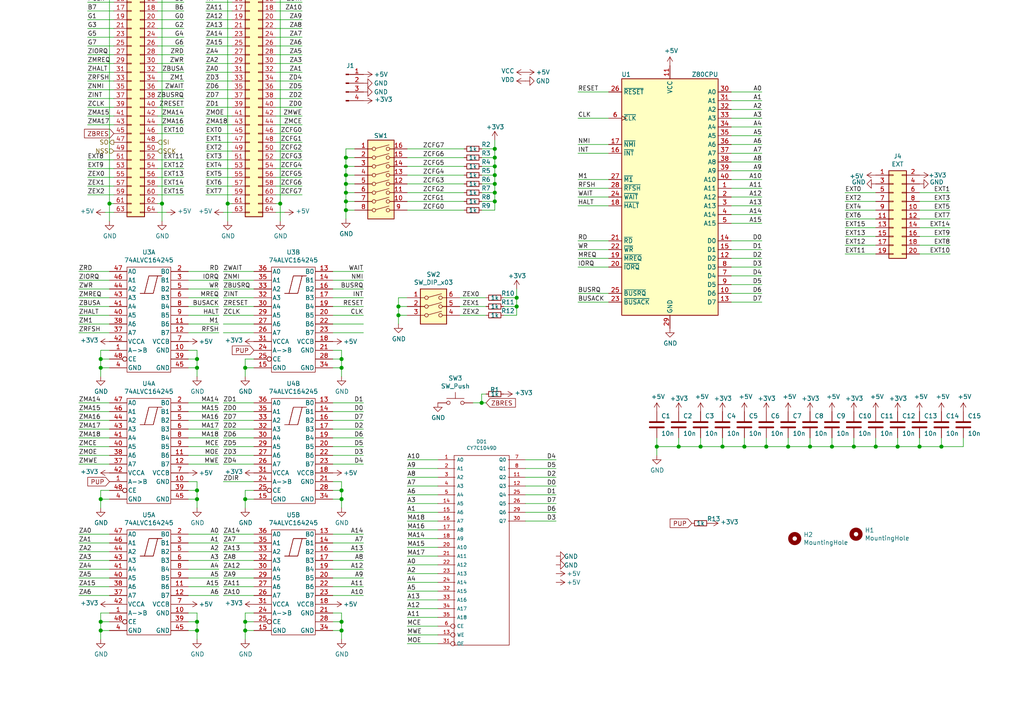
<source format=kicad_sch>
(kicad_sch (version 20200828) (generator eeschema)
  (page 1 1)
  (paper "A4")
  (title_block (rev "2.0"))
  (junction (at 29.21 104.14) (diameter 1.016))
  (junction (at 29.21 106.68) (diameter 1.016))
  (junction (at 29.21 144.78) (diameter 1.016))
  (junction (at 29.21 180.34) (diameter 1.016))
  (junction (at 29.21 182.88) (diameter 1.016))
  (junction (at 31.75 -12.065) (diameter 1.016))
  (junction (at 31.75 59.055) (diameter 1.016))
  (junction (at 46.99 -12.065) (diameter 1.016))
  (junction (at 46.99 59.055) (diameter 1.016))
  (junction (at 57.15 104.14) (diameter 1.016))
  (junction (at 57.15 106.68) (diameter 1.016))
  (junction (at 57.15 142.24) (diameter 1.016))
  (junction (at 57.15 144.78) (diameter 1.016))
  (junction (at 57.15 180.34) (diameter 1.016))
  (junction (at 57.15 182.88) (diameter 1.016))
  (junction (at 66.04 -12.065) (diameter 1.016))
  (junction (at 66.04 59.055) (diameter 1.016))
  (junction (at 71.12 106.68) (diameter 1.016))
  (junction (at 71.12 144.78) (diameter 1.016))
  (junction (at 71.12 180.34) (diameter 1.016))
  (junction (at 71.12 182.88) (diameter 1.016))
  (junction (at 81.28 -12.065) (diameter 1.016))
  (junction (at 81.28 59.055) (diameter 1.016))
  (junction (at 99.06 104.14) (diameter 1.016))
  (junction (at 99.06 106.68) (diameter 1.016))
  (junction (at 99.06 142.24) (diameter 1.016))
  (junction (at 99.06 144.78) (diameter 1.016))
  (junction (at 99.06 180.34) (diameter 1.016))
  (junction (at 99.06 182.88) (diameter 1.016))
  (junction (at 100.33 45.72) (diameter 1.016))
  (junction (at 100.33 48.26) (diameter 1.016))
  (junction (at 100.33 50.8) (diameter 1.016))
  (junction (at 100.33 53.34) (diameter 1.016))
  (junction (at 100.33 55.88) (diameter 1.016))
  (junction (at 100.33 58.42) (diameter 1.016))
  (junction (at 100.33 60.96) (diameter 1.016))
  (junction (at 115.57 88.9) (diameter 1.016))
  (junction (at 115.57 91.44) (diameter 1.016))
  (junction (at 139.7 116.84) (diameter 1.016))
  (junction (at 143.51 43.18) (diameter 1.016))
  (junction (at 143.51 45.72) (diameter 1.016))
  (junction (at 143.51 48.26) (diameter 1.016))
  (junction (at 143.51 50.8) (diameter 1.016))
  (junction (at 143.51 53.34) (diameter 1.016))
  (junction (at 143.51 55.88) (diameter 1.016))
  (junction (at 143.51 58.42) (diameter 1.016))
  (junction (at 149.86 86.36) (diameter 1.016))
  (junction (at 149.86 88.9) (diameter 1.016))
  (junction (at 190.5 129.54) (diameter 1.016))
  (junction (at 196.85 129.54) (diameter 1.016))
  (junction (at 203.2 129.54) (diameter 1.016))
  (junction (at 209.55 129.54) (diameter 1.016))
  (junction (at 215.9 129.54) (diameter 1.016))
  (junction (at 222.25 129.54) (diameter 1.016))
  (junction (at 228.6 129.54) (diameter 1.016))
  (junction (at 234.95 129.54) (diameter 1.016))
  (junction (at 241.3 129.54) (diameter 1.016))
  (junction (at 247.65 129.54) (diameter 1.016))
  (junction (at 254 129.54) (diameter 1.016))
  (junction (at 260.35 129.54) (diameter 1.016))
  (junction (at 266.7 129.54) (diameter 1.016))
  (junction (at 273.05 129.54) (diameter 1.016))
  (wire (pts (xy 22.86 78.74) (xy 31.75 78.74)))
  (wire (pts (xy 22.86 81.28) (xy 31.75 81.28)))
  (wire (pts (xy 22.86 83.82) (xy 31.75 83.82)))
  (wire (pts (xy 22.86 86.36) (xy 31.75 86.36)))
  (wire (pts (xy 22.86 88.9) (xy 31.75 88.9)))
  (wire (pts (xy 22.86 91.44) (xy 31.75 91.44)))
  (wire (pts (xy 22.86 93.98) (xy 31.75 93.98)))
  (wire (pts (xy 22.86 96.52) (xy 31.75 96.52)))
  (wire (pts (xy 22.86 116.84) (xy 31.75 116.84)))
  (wire (pts (xy 22.86 119.38) (xy 31.75 119.38)))
  (wire (pts (xy 22.86 121.92) (xy 31.75 121.92)))
  (wire (pts (xy 22.86 124.46) (xy 31.75 124.46)))
  (wire (pts (xy 22.86 127) (xy 31.75 127)))
  (wire (pts (xy 22.86 129.54) (xy 31.75 129.54)))
  (wire (pts (xy 22.86 132.08) (xy 31.75 132.08)))
  (wire (pts (xy 22.86 134.62) (xy 31.75 134.62)))
  (wire (pts (xy 22.86 154.94) (xy 31.75 154.94)))
  (wire (pts (xy 22.86 157.48) (xy 31.75 157.48)))
  (wire (pts (xy 22.86 160.02) (xy 31.75 160.02)))
  (wire (pts (xy 22.86 162.56) (xy 31.75 162.56)))
  (wire (pts (xy 22.86 165.1) (xy 31.75 165.1)))
  (wire (pts (xy 22.86 167.64) (xy 31.75 167.64)))
  (wire (pts (xy 22.86 170.18) (xy 31.75 170.18)))
  (wire (pts (xy 22.86 172.72) (xy 31.75 172.72)))
  (wire (pts (xy 25.4 -9.525) (xy 33.02 -9.525)))
  (wire (pts (xy 25.4 -6.985) (xy 33.02 -6.985)))
  (wire (pts (xy 25.4 -4.445) (xy 33.02 -4.445)))
  (wire (pts (xy 25.4 -1.905) (xy 33.02 -1.905)))
  (wire (pts (xy 25.4 0.635) (xy 33.02 0.635)))
  (wire (pts (xy 25.4 3.175) (xy 33.02 3.175)))
  (wire (pts (xy 25.4 5.715) (xy 33.02 5.715)))
  (wire (pts (xy 25.4 8.255) (xy 33.02 8.255)))
  (wire (pts (xy 25.4 10.795) (xy 33.02 10.795)))
  (wire (pts (xy 25.4 13.335) (xy 33.02 13.335)))
  (wire (pts (xy 25.4 15.875) (xy 33.02 15.875)))
  (wire (pts (xy 25.4 18.415) (xy 33.02 18.415)))
  (wire (pts (xy 25.4 20.955) (xy 33.02 20.955)))
  (wire (pts (xy 25.4 23.495) (xy 33.02 23.495)))
  (wire (pts (xy 25.4 26.035) (xy 33.02 26.035)))
  (wire (pts (xy 25.4 28.575) (xy 33.02 28.575)))
  (wire (pts (xy 25.4 31.115) (xy 33.02 31.115)))
  (wire (pts (xy 25.4 33.655) (xy 33.02 33.655)))
  (wire (pts (xy 25.4 36.195) (xy 33.02 36.195)))
  (wire (pts (xy 25.4 46.355) (xy 33.02 46.355)))
  (wire (pts (xy 25.4 48.895) (xy 33.02 48.895)))
  (wire (pts (xy 25.4 51.435) (xy 33.02 51.435)))
  (wire (pts (xy 25.4 53.975) (xy 33.02 53.975)))
  (wire (pts (xy 25.4 56.515) (xy 33.02 56.515)))
  (wire (pts (xy 29.21 101.6) (xy 31.75 101.6)))
  (wire (pts (xy 29.21 104.14) (xy 29.21 101.6)))
  (wire (pts (xy 29.21 104.14) (xy 31.75 104.14)))
  (wire (pts (xy 29.21 106.68) (xy 29.21 104.14)))
  (wire (pts (xy 29.21 106.68) (xy 31.75 106.68)))
  (wire (pts (xy 29.21 109.22) (xy 29.21 106.68)))
  (wire (pts (xy 29.21 142.24) (xy 31.75 142.24)))
  (wire (pts (xy 29.21 144.78) (xy 29.21 142.24)))
  (wire (pts (xy 29.21 144.78) (xy 31.75 144.78)))
  (wire (pts (xy 29.21 147.32) (xy 29.21 144.78)))
  (wire (pts (xy 29.21 177.8) (xy 31.75 177.8)))
  (wire (pts (xy 29.21 180.34) (xy 29.21 177.8)))
  (wire (pts (xy 29.21 180.34) (xy 31.75 180.34)))
  (wire (pts (xy 29.21 182.88) (xy 29.21 180.34)))
  (wire (pts (xy 29.21 182.88) (xy 31.75 182.88)))
  (wire (pts (xy 29.21 185.42) (xy 29.21 182.88)))
  (wire (pts (xy 30.48 -14.605) (xy 33.02 -14.605)))
  (wire (pts (xy 30.48 61.595) (xy 33.02 61.595)))
  (wire (pts (xy 31.75 -17.145) (xy 33.02 -17.145)))
  (wire (pts (xy 31.75 -12.065) (xy 31.75 -17.145)))
  (wire (pts (xy 31.75 -12.065) (xy 33.02 -12.065)))
  (wire (pts (xy 31.75 59.055) (xy 31.75 -12.065)))
  (wire (pts (xy 31.75 59.055) (xy 33.02 59.055)))
  (wire (pts (xy 31.75 64.135) (xy 31.75 59.055)))
  (wire (pts (xy 45.72 -17.145) (xy 46.99 -17.145)))
  (wire (pts (xy 45.72 -14.605) (xy 48.26 -14.605)))
  (wire (pts (xy 45.72 -12.065) (xy 46.99 -12.065)))
  (wire (pts (xy 45.72 -9.525) (xy 53.34 -9.525)))
  (wire (pts (xy 45.72 -6.985) (xy 53.34 -6.985)))
  (wire (pts (xy 45.72 -4.445) (xy 53.34 -4.445)))
  (wire (pts (xy 45.72 -1.905) (xy 53.34 -1.905)))
  (wire (pts (xy 45.72 0.635) (xy 53.34 0.635)))
  (wire (pts (xy 45.72 3.175) (xy 53.34 3.175)))
  (wire (pts (xy 45.72 5.715) (xy 53.34 5.715)))
  (wire (pts (xy 45.72 8.255) (xy 53.34 8.255)))
  (wire (pts (xy 45.72 10.795) (xy 53.34 10.795)))
  (wire (pts (xy 45.72 13.335) (xy 53.34 13.335)))
  (wire (pts (xy 45.72 15.875) (xy 53.34 15.875)))
  (wire (pts (xy 45.72 18.415) (xy 53.34 18.415)))
  (wire (pts (xy 45.72 20.955) (xy 53.34 20.955)))
  (wire (pts (xy 45.72 23.495) (xy 53.34 23.495)))
  (wire (pts (xy 45.72 26.035) (xy 53.34 26.035)))
  (wire (pts (xy 45.72 28.575) (xy 53.34 28.575)))
  (wire (pts (xy 45.72 31.115) (xy 53.34 31.115)))
  (wire (pts (xy 45.72 33.655) (xy 53.34 33.655)))
  (wire (pts (xy 45.72 36.195) (xy 53.34 36.195)))
  (wire (pts (xy 45.72 38.735) (xy 53.34 38.735)))
  (wire (pts (xy 45.72 46.355) (xy 53.34 46.355)))
  (wire (pts (xy 45.72 48.895) (xy 53.34 48.895)))
  (wire (pts (xy 45.72 51.435) (xy 53.34 51.435)))
  (wire (pts (xy 45.72 53.975) (xy 53.34 53.975)))
  (wire (pts (xy 45.72 56.515) (xy 53.34 56.515)))
  (wire (pts (xy 45.72 59.055) (xy 46.99 59.055)))
  (wire (pts (xy 45.72 61.595) (xy 48.26 61.595)))
  (wire (pts (xy 46.99 -17.145) (xy 46.99 -12.065)))
  (wire (pts (xy 46.99 -12.065) (xy 46.99 59.055)))
  (wire (pts (xy 46.99 59.055) (xy 46.99 64.135)))
  (wire (pts (xy 54.61 101.6) (xy 57.15 101.6)))
  (wire (pts (xy 54.61 104.14) (xy 57.15 104.14)))
  (wire (pts (xy 54.61 106.68) (xy 57.15 106.68)))
  (wire (pts (xy 54.61 139.7) (xy 57.15 139.7)))
  (wire (pts (xy 54.61 142.24) (xy 57.15 142.24)))
  (wire (pts (xy 54.61 144.78) (xy 57.15 144.78)))
  (wire (pts (xy 54.61 177.8) (xy 57.15 177.8)))
  (wire (pts (xy 54.61 180.34) (xy 57.15 180.34)))
  (wire (pts (xy 54.61 182.88) (xy 57.15 182.88)))
  (wire (pts (xy 57.15 101.6) (xy 57.15 104.14)))
  (wire (pts (xy 57.15 104.14) (xy 57.15 106.68)))
  (wire (pts (xy 57.15 106.68) (xy 57.15 109.22)))
  (wire (pts (xy 57.15 139.7) (xy 57.15 142.24)))
  (wire (pts (xy 57.15 142.24) (xy 57.15 144.78)))
  (wire (pts (xy 57.15 144.78) (xy 57.15 147.32)))
  (wire (pts (xy 57.15 177.8) (xy 57.15 180.34)))
  (wire (pts (xy 57.15 180.34) (xy 57.15 182.88)))
  (wire (pts (xy 57.15 182.88) (xy 57.15 185.42)))
  (wire (pts (xy 59.69 -9.525) (xy 67.31 -9.525)))
  (wire (pts (xy 59.69 -6.985) (xy 67.31 -6.985)))
  (wire (pts (xy 59.69 -4.445) (xy 67.31 -4.445)))
  (wire (pts (xy 59.69 -1.905) (xy 67.31 -1.905)))
  (wire (pts (xy 59.69 0.635) (xy 67.31 0.635)))
  (wire (pts (xy 59.69 3.175) (xy 67.31 3.175)))
  (wire (pts (xy 59.69 5.715) (xy 67.31 5.715)))
  (wire (pts (xy 59.69 8.255) (xy 67.31 8.255)))
  (wire (pts (xy 59.69 10.795) (xy 67.31 10.795)))
  (wire (pts (xy 59.69 13.335) (xy 67.31 13.335)))
  (wire (pts (xy 59.69 15.875) (xy 67.31 15.875)))
  (wire (pts (xy 59.69 18.415) (xy 67.31 18.415)))
  (wire (pts (xy 59.69 20.955) (xy 67.31 20.955)))
  (wire (pts (xy 59.69 23.495) (xy 67.31 23.495)))
  (wire (pts (xy 59.69 26.035) (xy 67.31 26.035)))
  (wire (pts (xy 59.69 28.575) (xy 67.31 28.575)))
  (wire (pts (xy 59.69 31.115) (xy 67.31 31.115)))
  (wire (pts (xy 59.69 33.655) (xy 67.31 33.655)))
  (wire (pts (xy 59.69 36.195) (xy 67.31 36.195)))
  (wire (pts (xy 59.69 38.735) (xy 67.31 38.735)))
  (wire (pts (xy 59.69 41.275) (xy 67.31 41.275)))
  (wire (pts (xy 59.69 43.815) (xy 67.31 43.815)))
  (wire (pts (xy 59.69 46.355) (xy 67.31 46.355)))
  (wire (pts (xy 59.69 48.895) (xy 67.31 48.895)))
  (wire (pts (xy 59.69 51.435) (xy 67.31 51.435)))
  (wire (pts (xy 59.69 53.975) (xy 67.31 53.975)))
  (wire (pts (xy 59.69 56.515) (xy 67.31 56.515)))
  (wire (pts (xy 63.5 78.74) (xy 54.61 78.74)))
  (wire (pts (xy 63.5 81.28) (xy 54.61 81.28)))
  (wire (pts (xy 63.5 83.82) (xy 54.61 83.82)))
  (wire (pts (xy 63.5 86.36) (xy 54.61 86.36)))
  (wire (pts (xy 63.5 88.9) (xy 54.61 88.9)))
  (wire (pts (xy 63.5 91.44) (xy 54.61 91.44)))
  (wire (pts (xy 63.5 93.98) (xy 54.61 93.98)))
  (wire (pts (xy 63.5 96.52) (xy 54.61 96.52)))
  (wire (pts (xy 63.5 116.84) (xy 54.61 116.84)))
  (wire (pts (xy 63.5 119.38) (xy 54.61 119.38)))
  (wire (pts (xy 63.5 121.92) (xy 54.61 121.92)))
  (wire (pts (xy 63.5 124.46) (xy 54.61 124.46)))
  (wire (pts (xy 63.5 127) (xy 54.61 127)))
  (wire (pts (xy 63.5 129.54) (xy 54.61 129.54)))
  (wire (pts (xy 63.5 132.08) (xy 54.61 132.08)))
  (wire (pts (xy 63.5 134.62) (xy 54.61 134.62)))
  (wire (pts (xy 63.5 154.94) (xy 54.61 154.94)))
  (wire (pts (xy 63.5 157.48) (xy 54.61 157.48)))
  (wire (pts (xy 63.5 160.02) (xy 54.61 160.02)))
  (wire (pts (xy 63.5 162.56) (xy 54.61 162.56)))
  (wire (pts (xy 63.5 165.1) (xy 54.61 165.1)))
  (wire (pts (xy 63.5 167.64) (xy 54.61 167.64)))
  (wire (pts (xy 63.5 170.18) (xy 54.61 170.18)))
  (wire (pts (xy 63.5 172.72) (xy 54.61 172.72)))
  (wire (pts (xy 64.77 -14.605) (xy 67.31 -14.605)))
  (wire (pts (xy 64.77 61.595) (xy 67.31 61.595)))
  (wire (pts (xy 64.77 78.74) (xy 73.66 78.74)))
  (wire (pts (xy 64.77 81.28) (xy 73.66 81.28)))
  (wire (pts (xy 64.77 83.82) (xy 73.66 83.82)))
  (wire (pts (xy 64.77 86.36) (xy 73.66 86.36)))
  (wire (pts (xy 64.77 88.9) (xy 73.66 88.9)))
  (wire (pts (xy 64.77 91.44) (xy 73.66 91.44)))
  (wire (pts (xy 64.77 93.98) (xy 73.66 93.98)))
  (wire (pts (xy 64.77 96.52) (xy 73.66 96.52)))
  (wire (pts (xy 64.77 116.84) (xy 73.66 116.84)))
  (wire (pts (xy 64.77 119.38) (xy 73.66 119.38)))
  (wire (pts (xy 64.77 121.92) (xy 73.66 121.92)))
  (wire (pts (xy 64.77 124.46) (xy 73.66 124.46)))
  (wire (pts (xy 64.77 127) (xy 73.66 127)))
  (wire (pts (xy 64.77 129.54) (xy 73.66 129.54)))
  (wire (pts (xy 64.77 132.08) (xy 73.66 132.08)))
  (wire (pts (xy 64.77 134.62) (xy 73.66 134.62)))
  (wire (pts (xy 64.77 139.7) (xy 73.66 139.7)))
  (wire (pts (xy 64.77 154.94) (xy 73.66 154.94)))
  (wire (pts (xy 64.77 157.48) (xy 73.66 157.48)))
  (wire (pts (xy 64.77 160.02) (xy 73.66 160.02)))
  (wire (pts (xy 64.77 162.56) (xy 73.66 162.56)))
  (wire (pts (xy 64.77 165.1) (xy 73.66 165.1)))
  (wire (pts (xy 64.77 167.64) (xy 73.66 167.64)))
  (wire (pts (xy 64.77 170.18) (xy 73.66 170.18)))
  (wire (pts (xy 64.77 172.72) (xy 73.66 172.72)))
  (wire (pts (xy 66.04 -17.145) (xy 67.31 -17.145)))
  (wire (pts (xy 66.04 -12.065) (xy 66.04 -17.145)))
  (wire (pts (xy 66.04 -12.065) (xy 66.04 59.055)))
  (wire (pts (xy 66.04 -12.065) (xy 67.31 -12.065)))
  (wire (pts (xy 66.04 59.055) (xy 66.04 64.135)))
  (wire (pts (xy 66.04 59.055) (xy 67.31 59.055)))
  (wire (pts (xy 71.12 104.14) (xy 71.12 106.68)))
  (wire (pts (xy 71.12 106.68) (xy 73.66 106.68)))
  (wire (pts (xy 71.12 109.22) (xy 71.12 106.68)))
  (wire (pts (xy 71.12 142.24) (xy 71.12 144.78)))
  (wire (pts (xy 71.12 144.78) (xy 73.66 144.78)))
  (wire (pts (xy 71.12 147.32) (xy 71.12 144.78)))
  (wire (pts (xy 71.12 177.8) (xy 73.66 177.8)))
  (wire (pts (xy 71.12 180.34) (xy 71.12 177.8)))
  (wire (pts (xy 71.12 180.34) (xy 71.12 182.88)))
  (wire (pts (xy 71.12 182.88) (xy 73.66 182.88)))
  (wire (pts (xy 71.12 185.42) (xy 71.12 182.88)))
  (wire (pts (xy 73.66 104.14) (xy 71.12 104.14)))
  (wire (pts (xy 73.66 142.24) (xy 71.12 142.24)))
  (wire (pts (xy 73.66 180.34) (xy 71.12 180.34)))
  (wire (pts (xy 80.01 -9.525) (xy 87.63 -9.525)))
  (wire (pts (xy 80.01 -6.985) (xy 87.63 -6.985)))
  (wire (pts (xy 80.01 -4.445) (xy 87.63 -4.445)))
  (wire (pts (xy 80.01 -1.905) (xy 87.63 -1.905)))
  (wire (pts (xy 80.01 0.635) (xy 87.63 0.635)))
  (wire (pts (xy 80.01 3.175) (xy 87.63 3.175)))
  (wire (pts (xy 80.01 5.715) (xy 87.63 5.715)))
  (wire (pts (xy 80.01 8.255) (xy 87.63 8.255)))
  (wire (pts (xy 80.01 10.795) (xy 87.63 10.795)))
  (wire (pts (xy 80.01 13.335) (xy 87.63 13.335)))
  (wire (pts (xy 80.01 15.875) (xy 87.63 15.875)))
  (wire (pts (xy 80.01 18.415) (xy 87.63 18.415)))
  (wire (pts (xy 80.01 20.955) (xy 87.63 20.955)))
  (wire (pts (xy 80.01 23.495) (xy 87.63 23.495)))
  (wire (pts (xy 80.01 26.035) (xy 87.63 26.035)))
  (wire (pts (xy 80.01 28.575) (xy 87.63 28.575)))
  (wire (pts (xy 80.01 31.115) (xy 87.63 31.115)))
  (wire (pts (xy 80.01 33.655) (xy 87.63 33.655)))
  (wire (pts (xy 80.01 36.195) (xy 87.63 36.195)))
  (wire (pts (xy 80.01 38.735) (xy 87.63 38.735)))
  (wire (pts (xy 80.01 41.275) (xy 87.63 41.275)))
  (wire (pts (xy 80.01 43.815) (xy 87.63 43.815)))
  (wire (pts (xy 80.01 46.355) (xy 87.63 46.355)))
  (wire (pts (xy 80.01 48.895) (xy 87.63 48.895)))
  (wire (pts (xy 80.01 51.435) (xy 87.63 51.435)))
  (wire (pts (xy 80.01 53.975) (xy 87.63 53.975)))
  (wire (pts (xy 80.01 56.515) (xy 87.63 56.515)))
  (wire (pts (xy 80.01 59.055) (xy 81.28 59.055)))
  (wire (pts (xy 80.01 61.595) (xy 82.55 61.595)))
  (wire (pts (xy 81.28 -17.145) (xy 80.01 -17.145)))
  (wire (pts (xy 81.28 -12.065) (xy 80.01 -12.065)))
  (wire (pts (xy 81.28 -12.065) (xy 81.28 -17.145)))
  (wire (pts (xy 81.28 -12.065) (xy 81.28 59.055)))
  (wire (pts (xy 81.28 59.055) (xy 81.28 64.135)))
  (wire (pts (xy 82.55 -14.605) (xy 80.01 -14.605)))
  (wire (pts (xy 96.52 101.6) (xy 99.06 101.6)))
  (wire (pts (xy 96.52 104.14) (xy 99.06 104.14)))
  (wire (pts (xy 96.52 106.68) (xy 99.06 106.68)))
  (wire (pts (xy 96.52 139.7) (xy 99.06 139.7)))
  (wire (pts (xy 96.52 142.24) (xy 99.06 142.24)))
  (wire (pts (xy 96.52 144.78) (xy 99.06 144.78)))
  (wire (pts (xy 96.52 177.8) (xy 99.06 177.8)))
  (wire (pts (xy 96.52 180.34) (xy 99.06 180.34)))
  (wire (pts (xy 96.52 182.88) (xy 99.06 182.88)))
  (wire (pts (xy 99.06 101.6) (xy 99.06 104.14)))
  (wire (pts (xy 99.06 104.14) (xy 99.06 106.68)))
  (wire (pts (xy 99.06 106.68) (xy 99.06 109.22)))
  (wire (pts (xy 99.06 139.7) (xy 99.06 142.24)))
  (wire (pts (xy 99.06 142.24) (xy 99.06 144.78)))
  (wire (pts (xy 99.06 144.78) (xy 99.06 147.32)))
  (wire (pts (xy 99.06 177.8) (xy 99.06 180.34)))
  (wire (pts (xy 99.06 180.34) (xy 99.06 182.88)))
  (wire (pts (xy 99.06 182.88) (xy 99.06 185.42)))
  (wire (pts (xy 100.33 43.18) (xy 100.33 45.72)))
  (wire (pts (xy 100.33 45.72) (xy 100.33 48.26)))
  (wire (pts (xy 100.33 45.72) (xy 102.87 45.72)))
  (wire (pts (xy 100.33 48.26) (xy 100.33 50.8)))
  (wire (pts (xy 100.33 48.26) (xy 102.87 48.26)))
  (wire (pts (xy 100.33 50.8) (xy 100.33 53.34)))
  (wire (pts (xy 100.33 50.8) (xy 102.87 50.8)))
  (wire (pts (xy 100.33 53.34) (xy 100.33 55.88)))
  (wire (pts (xy 100.33 53.34) (xy 102.87 53.34)))
  (wire (pts (xy 100.33 55.88) (xy 100.33 58.42)))
  (wire (pts (xy 100.33 55.88) (xy 102.87 55.88)))
  (wire (pts (xy 100.33 58.42) (xy 100.33 60.96)))
  (wire (pts (xy 100.33 58.42) (xy 102.87 58.42)))
  (wire (pts (xy 100.33 60.96) (xy 100.33 63.5)))
  (wire (pts (xy 100.33 60.96) (xy 102.87 60.96)))
  (wire (pts (xy 102.87 43.18) (xy 100.33 43.18)))
  (wire (pts (xy 105.41 78.74) (xy 96.52 78.74)))
  (wire (pts (xy 105.41 81.28) (xy 96.52 81.28)))
  (wire (pts (xy 105.41 83.82) (xy 96.52 83.82)))
  (wire (pts (xy 105.41 86.36) (xy 96.52 86.36)))
  (wire (pts (xy 105.41 88.9) (xy 96.52 88.9)))
  (wire (pts (xy 105.41 91.44) (xy 96.52 91.44)))
  (wire (pts (xy 105.41 93.98) (xy 96.52 93.98)))
  (wire (pts (xy 105.41 96.52) (xy 96.52 96.52)))
  (wire (pts (xy 105.41 116.84) (xy 96.52 116.84)))
  (wire (pts (xy 105.41 119.38) (xy 96.52 119.38)))
  (wire (pts (xy 105.41 121.92) (xy 96.52 121.92)))
  (wire (pts (xy 105.41 124.46) (xy 96.52 124.46)))
  (wire (pts (xy 105.41 127) (xy 96.52 127)))
  (wire (pts (xy 105.41 129.54) (xy 96.52 129.54)))
  (wire (pts (xy 105.41 132.08) (xy 96.52 132.08)))
  (wire (pts (xy 105.41 134.62) (xy 96.52 134.62)))
  (wire (pts (xy 105.41 154.94) (xy 96.52 154.94)))
  (wire (pts (xy 105.41 157.48) (xy 96.52 157.48)))
  (wire (pts (xy 105.41 160.02) (xy 96.52 160.02)))
  (wire (pts (xy 105.41 162.56) (xy 96.52 162.56)))
  (wire (pts (xy 105.41 165.1) (xy 96.52 165.1)))
  (wire (pts (xy 105.41 167.64) (xy 96.52 167.64)))
  (wire (pts (xy 105.41 170.18) (xy 96.52 170.18)))
  (wire (pts (xy 105.41 172.72) (xy 96.52 172.72)))
  (wire (pts (xy 115.57 86.36) (xy 115.57 88.9)))
  (wire (pts (xy 115.57 86.36) (xy 118.11 86.36)))
  (wire (pts (xy 115.57 88.9) (xy 115.57 91.44)))
  (wire (pts (xy 115.57 88.9) (xy 118.11 88.9)))
  (wire (pts (xy 115.57 91.44) (xy 115.57 93.98)))
  (wire (pts (xy 115.57 91.44) (xy 118.11 91.44)))
  (wire (pts (xy 118.11 43.18) (xy 134.62 43.18)))
  (wire (pts (xy 118.11 45.72) (xy 134.62 45.72)))
  (wire (pts (xy 118.11 48.26) (xy 134.62 48.26)))
  (wire (pts (xy 118.11 50.8) (xy 134.62 50.8)))
  (wire (pts (xy 118.11 53.34) (xy 134.62 53.34)))
  (wire (pts (xy 118.11 55.88) (xy 134.62 55.88)))
  (wire (pts (xy 118.11 58.42) (xy 134.62 58.42)))
  (wire (pts (xy 118.11 60.96) (xy 134.62 60.96)))
  (wire (pts (xy 118.11 133.35) (xy 127 133.35)))
  (wire (pts (xy 118.11 135.89) (xy 127 135.89)))
  (wire (pts (xy 118.11 138.43) (xy 127 138.43)))
  (wire (pts (xy 118.11 140.97) (xy 127 140.97)))
  (wire (pts (xy 118.11 143.51) (xy 127 143.51)))
  (wire (pts (xy 118.11 146.05) (xy 127 146.05)))
  (wire (pts (xy 118.11 148.59) (xy 127 148.59)))
  (wire (pts (xy 118.11 151.13) (xy 127 151.13)))
  (wire (pts (xy 118.11 153.67) (xy 127 153.67)))
  (wire (pts (xy 118.11 156.21) (xy 127 156.21)))
  (wire (pts (xy 118.11 158.75) (xy 127 158.75)))
  (wire (pts (xy 118.11 161.29) (xy 127 161.29)))
  (wire (pts (xy 118.11 163.83) (xy 127 163.83)))
  (wire (pts (xy 118.11 166.37) (xy 127 166.37)))
  (wire (pts (xy 118.11 168.91) (xy 127 168.91)))
  (wire (pts (xy 118.11 171.45) (xy 127 171.45)))
  (wire (pts (xy 118.11 173.99) (xy 127 173.99)))
  (wire (pts (xy 118.11 176.53) (xy 127 176.53)))
  (wire (pts (xy 118.11 179.07) (xy 127 179.07)))
  (wire (pts (xy 118.11 181.61) (xy 127 181.61)))
  (wire (pts (xy 118.11 184.15) (xy 127 184.15)))
  (wire (pts (xy 118.11 186.69) (xy 127 186.69)))
  (wire (pts (xy 133.35 86.36) (xy 140.97 86.36)))
  (wire (pts (xy 133.35 88.9) (xy 140.97 88.9)))
  (wire (pts (xy 133.35 91.44) (xy 140.97 91.44)))
  (wire (pts (xy 137.16 116.84) (xy 139.7 116.84)))
  (wire (pts (xy 139.7 43.18) (xy 143.51 43.18)))
  (wire (pts (xy 139.7 45.72) (xy 143.51 45.72)))
  (wire (pts (xy 139.7 48.26) (xy 143.51 48.26)))
  (wire (pts (xy 139.7 50.8) (xy 143.51 50.8)))
  (wire (pts (xy 139.7 53.34) (xy 143.51 53.34)))
  (wire (pts (xy 139.7 55.88) (xy 143.51 55.88)))
  (wire (pts (xy 139.7 58.42) (xy 143.51 58.42)))
  (wire (pts (xy 139.7 114.3) (xy 140.97 114.3)))
  (wire (pts (xy 139.7 116.84) (xy 139.7 114.3)))
  (wire (pts (xy 139.7 116.84) (xy 140.97 116.84)))
  (wire (pts (xy 143.51 40.64) (xy 143.51 43.18)))
  (wire (pts (xy 143.51 43.18) (xy 143.51 45.72)))
  (wire (pts (xy 143.51 45.72) (xy 143.51 48.26)))
  (wire (pts (xy 143.51 48.26) (xy 143.51 50.8)))
  (wire (pts (xy 143.51 50.8) (xy 143.51 53.34)))
  (wire (pts (xy 143.51 53.34) (xy 143.51 55.88)))
  (wire (pts (xy 143.51 55.88) (xy 143.51 58.42)))
  (wire (pts (xy 143.51 58.42) (xy 143.51 60.96)))
  (wire (pts (xy 143.51 60.96) (xy 139.7 60.96)))
  (wire (pts (xy 146.05 86.36) (xy 149.86 86.36)))
  (wire (pts (xy 146.05 88.9) (xy 149.86 88.9)))
  (wire (pts (xy 146.05 91.44) (xy 149.86 91.44)))
  (wire (pts (xy 149.86 83.82) (xy 149.86 86.36)))
  (wire (pts (xy 149.86 86.36) (xy 149.86 88.9)))
  (wire (pts (xy 149.86 88.9) (xy 149.86 91.44)))
  (wire (pts (xy 161.29 133.35) (xy 152.4 133.35)))
  (wire (pts (xy 161.29 135.89) (xy 152.4 135.89)))
  (wire (pts (xy 161.29 138.43) (xy 152.4 138.43)))
  (wire (pts (xy 161.29 140.97) (xy 152.4 140.97)))
  (wire (pts (xy 161.29 143.51) (xy 152.4 143.51)))
  (wire (pts (xy 161.29 146.05) (xy 152.4 146.05)))
  (wire (pts (xy 161.29 148.59) (xy 152.4 148.59)))
  (wire (pts (xy 161.29 151.13) (xy 152.4 151.13)))
  (wire (pts (xy 167.64 26.67) (xy 176.53 26.67)))
  (wire (pts (xy 167.64 34.29) (xy 176.53 34.29)))
  (wire (pts (xy 167.64 41.91) (xy 176.53 41.91)))
  (wire (pts (xy 167.64 44.45) (xy 176.53 44.45)))
  (wire (pts (xy 167.64 52.07) (xy 176.53 52.07)))
  (wire (pts (xy 167.64 54.61) (xy 176.53 54.61)))
  (wire (pts (xy 167.64 57.15) (xy 176.53 57.15)))
  (wire (pts (xy 167.64 59.69) (xy 176.53 59.69)))
  (wire (pts (xy 167.64 69.85) (xy 176.53 69.85)))
  (wire (pts (xy 167.64 72.39) (xy 176.53 72.39)))
  (wire (pts (xy 167.64 74.93) (xy 176.53 74.93)))
  (wire (pts (xy 167.64 77.47) (xy 176.53 77.47)))
  (wire (pts (xy 167.64 85.09) (xy 176.53 85.09)))
  (wire (pts (xy 167.64 87.63) (xy 176.53 87.63)))
  (wire (pts (xy 190.5 127) (xy 190.5 129.54)))
  (wire (pts (xy 190.5 129.54) (xy 190.5 132.08)))
  (wire (pts (xy 190.5 129.54) (xy 196.85 129.54)))
  (wire (pts (xy 196.85 127) (xy 196.85 129.54)))
  (wire (pts (xy 196.85 129.54) (xy 203.2 129.54)))
  (wire (pts (xy 203.2 127) (xy 203.2 129.54)))
  (wire (pts (xy 203.2 129.54) (xy 209.55 129.54)))
  (wire (pts (xy 209.55 127) (xy 209.55 129.54)))
  (wire (pts (xy 209.55 129.54) (xy 215.9 129.54)))
  (wire (pts (xy 215.9 127) (xy 215.9 129.54)))
  (wire (pts (xy 215.9 129.54) (xy 222.25 129.54)))
  (wire (pts (xy 220.98 26.67) (xy 212.09 26.67)))
  (wire (pts (xy 220.98 29.21) (xy 212.09 29.21)))
  (wire (pts (xy 220.98 31.75) (xy 212.09 31.75)))
  (wire (pts (xy 220.98 34.29) (xy 212.09 34.29)))
  (wire (pts (xy 220.98 36.83) (xy 212.09 36.83)))
  (wire (pts (xy 220.98 39.37) (xy 212.09 39.37)))
  (wire (pts (xy 220.98 41.91) (xy 212.09 41.91)))
  (wire (pts (xy 220.98 44.45) (xy 212.09 44.45)))
  (wire (pts (xy 220.98 46.99) (xy 212.09 46.99)))
  (wire (pts (xy 220.98 49.53) (xy 212.09 49.53)))
  (wire (pts (xy 220.98 52.07) (xy 212.09 52.07)))
  (wire (pts (xy 220.98 54.61) (xy 212.09 54.61)))
  (wire (pts (xy 220.98 57.15) (xy 212.09 57.15)))
  (wire (pts (xy 220.98 59.69) (xy 212.09 59.69)))
  (wire (pts (xy 220.98 62.23) (xy 212.09 62.23)))
  (wire (pts (xy 220.98 64.77) (xy 212.09 64.77)))
  (wire (pts (xy 220.98 69.85) (xy 212.09 69.85)))
  (wire (pts (xy 220.98 72.39) (xy 212.09 72.39)))
  (wire (pts (xy 220.98 74.93) (xy 212.09 74.93)))
  (wire (pts (xy 220.98 77.47) (xy 212.09 77.47)))
  (wire (pts (xy 220.98 80.01) (xy 212.09 80.01)))
  (wire (pts (xy 220.98 82.55) (xy 212.09 82.55)))
  (wire (pts (xy 220.98 85.09) (xy 212.09 85.09)))
  (wire (pts (xy 220.98 87.63) (xy 212.09 87.63)))
  (wire (pts (xy 222.25 127) (xy 222.25 129.54)))
  (wire (pts (xy 222.25 129.54) (xy 228.6 129.54)))
  (wire (pts (xy 228.6 127) (xy 228.6 129.54)))
  (wire (pts (xy 228.6 129.54) (xy 234.95 129.54)))
  (wire (pts (xy 234.95 127) (xy 234.95 129.54)))
  (wire (pts (xy 234.95 129.54) (xy 241.3 129.54)))
  (wire (pts (xy 241.3 127) (xy 241.3 129.54)))
  (wire (pts (xy 241.3 129.54) (xy 247.65 129.54)))
  (wire (pts (xy 247.65 127) (xy 247.65 129.54)))
  (wire (pts (xy 247.65 129.54) (xy 254 129.54)))
  (wire (pts (xy 254 55.88) (xy 245.11 55.88)))
  (wire (pts (xy 254 58.42) (xy 245.11 58.42)))
  (wire (pts (xy 254 60.96) (xy 245.11 60.96)))
  (wire (pts (xy 254 63.5) (xy 245.11 63.5)))
  (wire (pts (xy 254 66.04) (xy 245.11 66.04)))
  (wire (pts (xy 254 68.58) (xy 245.11 68.58)))
  (wire (pts (xy 254 71.12) (xy 245.11 71.12)))
  (wire (pts (xy 254 73.66) (xy 245.11 73.66)))
  (wire (pts (xy 254 127) (xy 254 129.54)))
  (wire (pts (xy 254 129.54) (xy 260.35 129.54)))
  (wire (pts (xy 260.35 127) (xy 260.35 129.54)))
  (wire (pts (xy 260.35 129.54) (xy 266.7 129.54)))
  (wire (pts (xy 266.7 129.54) (xy 266.7 127)))
  (wire (pts (xy 266.7 129.54) (xy 273.05 129.54)))
  (wire (pts (xy 273.05 129.54) (xy 273.05 127)))
  (wire (pts (xy 273.05 129.54) (xy 279.4 129.54)))
  (wire (pts (xy 275.59 55.88) (xy 266.7 55.88)))
  (wire (pts (xy 275.59 58.42) (xy 266.7 58.42)))
  (wire (pts (xy 275.59 60.96) (xy 266.7 60.96)))
  (wire (pts (xy 275.59 63.5) (xy 266.7 63.5)))
  (wire (pts (xy 275.59 66.04) (xy 266.7 66.04)))
  (wire (pts (xy 275.59 68.58) (xy 266.7 68.58)))
  (wire (pts (xy 275.59 71.12) (xy 266.7 71.12)))
  (wire (pts (xy 275.59 73.66) (xy 266.7 73.66)))
  (wire (pts (xy 279.4 129.54) (xy 279.4 127)))
  (label "ZRD" (at 22.86 78.74 0))
  (label "ZIORQ" (at 22.86 81.28 0))
  (label "ZWR" (at 22.86 83.82 0))
  (label "ZMREQ" (at 22.86 86.36 0))
  (label "ZBUSA" (at 22.86 88.9 0))
  (label "ZHALT" (at 22.86 91.44 0))
  (label "ZM1" (at 22.86 93.98 0))
  (label "ZRFSH" (at 22.86 96.52 0))
  (label "ZMA14" (at 22.86 116.84 0))
  (label "ZMA15" (at 22.86 119.38 0))
  (label "ZMA16" (at 22.86 121.92 0))
  (label "ZMA17" (at 22.86 124.46 0))
  (label "ZMA18" (at 22.86 127 0))
  (label "ZMCE" (at 22.86 129.54 0))
  (label "ZMOE" (at 22.86 132.08 0))
  (label "ZMWE" (at 22.86 134.62 0))
  (label "ZA0" (at 22.86 154.94 0))
  (label "ZA1" (at 22.86 157.48 0))
  (label "ZA2" (at 22.86 160.02 0))
  (label "ZA3" (at 22.86 162.56 0))
  (label "ZA4" (at 22.86 165.1 0))
  (label "ZA5" (at 22.86 167.64 0))
  (label "ZA15" (at 22.86 170.18 0))
  (label "ZA6" (at 22.86 172.72 0))
  (label "HS" (at 25.4 -9.525 0) (effects (font (size 1.524 1.524))))
  (label "B0" (at 25.4 -6.985 0))
  (label "B2" (at 25.4 -4.445 0))
  (label "B4" (at 25.4 -1.905 0))
  (label "PCLK" (at 25.4 0.635 0))
  (label "B7" (at 25.4 3.175 0))
  (label "G1" (at 25.4 5.715 0))
  (label "G3" (at 25.4 8.255 0))
  (label "G5" (at 25.4 10.795 0))
  (label "G7" (at 25.4 13.335 0))
  (label "ZIORQ" (at 25.4 15.875 0))
  (label "ZMREQ" (at 25.4 18.415 0))
  (label "ZHALT" (at 25.4 20.955 0))
  (label "ZRFSH" (at 25.4 23.495 0))
  (label "ZNMI" (at 25.4 26.035 0))
  (label "ZINT" (at 25.4 28.575 0))
  (label "ZCLK" (at 25.4 31.115 0))
  (label "ZMA15" (at 25.4 33.655 0))
  (label "ZMA17" (at 25.4 36.195 0))
  (label "EXT8" (at 25.4 46.355 0))
  (label "EXT9" (at 25.4 48.895 0))
  (label "ZEX0" (at 25.4 51.435 0))
  (label "ZEX1" (at 25.4 53.975 0))
  (label "ZEX2" (at 25.4 56.515 0))
  (label "VS" (at 53.34 -9.525 180) (effects (font (size 1.524 1.524))))
  (label "BL" (at 53.34 -6.985 180))
  (label "B1" (at 53.34 -4.445 180))
  (label "B3" (at 53.34 -1.905 180))
  (label "B5" (at 53.34 0.635 180))
  (label "B6" (at 53.34 3.175 180))
  (label "G0" (at 53.34 5.715 180))
  (label "G2" (at 53.34 8.255 180))
  (label "G4" (at 53.34 10.795 180))
  (label "G6" (at 53.34 13.335 180))
  (label "ZRD" (at 53.34 15.875 180))
  (label "ZWR" (at 53.34 18.415 180))
  (label "ZBUSA" (at 53.34 20.955 180))
  (label "ZM1" (at 53.34 23.495 180))
  (label "ZWAIT" (at 53.34 26.035 180))
  (label "ZBUSRQ" (at 53.34 28.575 180))
  (label "ZRESET" (at 53.34 31.115 180))
  (label "ZMA14" (at 53.34 33.655 180))
  (label "ZMA16" (at 53.34 36.195 180))
  (label "EXT10" (at 53.34 38.735 180))
  (label "EXT11" (at 53.34 46.355 180))
  (label "EXT12" (at 53.34 48.895 180))
  (label "EXT13" (at 53.34 51.435 180))
  (label "EXT14" (at 53.34 53.975 180))
  (label "EXT15" (at 53.34 56.515 180))
  (label "PSAVE" (at 59.69 -9.525 0))
  (label "R1" (at 59.69 -6.985 0))
  (label "R3" (at 59.69 -4.445 0))
  (label "R5" (at 59.69 -1.905 0))
  (label "R7" (at 59.69 0.635 0))
  (label "ZA11" (at 59.69 3.175 0))
  (label "ZA12" (at 59.69 5.715 0))
  (label "ZA13" (at 59.69 8.255 0))
  (label "ZA14" (at 59.69 10.795 0))
  (label "ZA15" (at 59.69 13.335 0))
  (label "ZA4" (at 59.69 15.875 0))
  (label "ZA2" (at 59.69 18.415 0))
  (label "ZA0" (at 59.69 20.955 0))
  (label "ZD3" (at 59.69 23.495 0))
  (label "ZD6" (at 59.69 26.035 0))
  (label "ZD7" (at 59.69 28.575 0))
  (label "ZD1" (at 59.69 31.115 0))
  (label "ZMOE" (at 59.69 33.655 0))
  (label "ZMA18" (at 59.69 36.195 0))
  (label "EXT0" (at 59.69 38.735 0))
  (label "EXT1" (at 59.69 41.275 0))
  (label "EXT2" (at 59.69 43.815 0))
  (label "EXT3" (at 59.69 46.355 0))
  (label "EXT4" (at 59.69 48.895 0))
  (label "EXT5" (at 59.69 51.435 0))
  (label "EXT6" (at 59.69 53.975 0))
  (label "EXT7" (at 59.69 56.515 0))
  (label "RD" (at 63.5 78.74 180))
  (label "IORQ" (at 63.5 81.28 180))
  (label "WR" (at 63.5 83.82 180))
  (label "MREQ" (at 63.5 86.36 180))
  (label "BUSACK" (at 63.5 88.9 180))
  (label "HALT" (at 63.5 91.44 180))
  (label "M1" (at 63.5 93.98 180))
  (label "RFSH" (at 63.5 96.52 180))
  (label "MA14" (at 63.5 116.84 180))
  (label "MA15" (at 63.5 119.38 180))
  (label "MA16" (at 63.5 121.92 180))
  (label "MA17" (at 63.5 124.46 180))
  (label "MA18" (at 63.5 127 180))
  (label "MCE" (at 63.5 129.54 180))
  (label "MOE" (at 63.5 132.08 180))
  (label "MWE" (at 63.5 134.62 180))
  (label "A0" (at 63.5 154.94 180))
  (label "A1" (at 63.5 157.48 180))
  (label "A2" (at 63.5 160.02 180))
  (label "A3" (at 63.5 162.56 180))
  (label "A4" (at 63.5 165.1 180))
  (label "A5" (at 63.5 167.64 180))
  (label "A15" (at 63.5 170.18 180))
  (label "A6" (at 63.5 172.72 180))
  (label "ZWAIT" (at 64.77 78.74 0))
  (label "ZNMI" (at 64.77 81.28 0))
  (label "ZBUSRQ" (at 64.77 83.82 0))
  (label "ZINT" (at 64.77 86.36 0))
  (label "ZRESET" (at 64.77 88.9 0))
  (label "ZCLK" (at 64.77 91.44 0))
  (label "ZD1" (at 64.77 116.84 0))
  (label "ZD0" (at 64.77 119.38 0))
  (label "ZD7" (at 64.77 121.92 0))
  (label "ZD2" (at 64.77 124.46 0))
  (label "ZD6" (at 64.77 127 0))
  (label "ZD5" (at 64.77 129.54 0))
  (label "ZD3" (at 64.77 132.08 0))
  (label "ZD4" (at 64.77 134.62 0))
  (label "ZDIR" (at 64.77 139.7 0))
  (label "ZA14" (at 64.77 154.94 0))
  (label "ZA7" (at 64.77 157.48 0))
  (label "ZA13" (at 64.77 160.02 0))
  (label "ZA8" (at 64.77 162.56 0))
  (label "ZA12" (at 64.77 165.1 0))
  (label "ZA9" (at 64.77 167.64 0))
  (label "ZA11" (at 64.77 170.18 0))
  (label "ZA10" (at 64.77 172.72 0))
  (label "R0" (at 87.63 -9.525 180))
  (label "R2" (at 87.63 -6.985 180))
  (label "R4" (at 87.63 -4.445 180))
  (label "R6" (at 87.63 -1.905 180))
  (label "ZDIR" (at 87.63 0.635 180))
  (label "ZA10" (at 87.63 3.175 180))
  (label "ZA9" (at 87.63 5.715 180))
  (label "ZA8" (at 87.63 8.255 180))
  (label "ZA7" (at 87.63 10.795 180))
  (label "ZA6" (at 87.63 13.335 180))
  (label "ZA5" (at 87.63 15.875 180))
  (label "ZA3" (at 87.63 18.415 180))
  (label "ZA1" (at 87.63 20.955 180))
  (label "ZD4" (at 87.63 23.495 180))
  (label "ZD5" (at 87.63 26.035 180))
  (label "ZD2" (at 87.63 28.575 180))
  (label "ZD0" (at 87.63 31.115 180))
  (label "ZMWE" (at 87.63 33.655 180))
  (label "ZMCE" (at 87.63 36.195 180))
  (label "ZCFG0" (at 87.63 38.735 180))
  (label "ZCFG1" (at 87.63 41.275 180))
  (label "ZCFG2" (at 87.63 43.815 180))
  (label "ZCFG3" (at 87.63 46.355 180))
  (label "ZCFG4" (at 87.63 48.895 180))
  (label "ZCFG5" (at 87.63 51.435 180))
  (label "ZCFG6" (at 87.63 53.975 180))
  (label "ZCFG7" (at 87.63 56.515 180))
  (label "WAIT" (at 105.41 78.74 180))
  (label "NMI" (at 105.41 81.28 180))
  (label "BUSRQ" (at 105.41 83.82 180))
  (label "INT" (at 105.41 86.36 180))
  (label "RESET" (at 105.41 88.9 180))
  (label "CLK" (at 105.41 91.44 180))
  (label "D1" (at 105.41 116.84 180))
  (label "D0" (at 105.41 119.38 180))
  (label "D7" (at 105.41 121.92 180))
  (label "D2" (at 105.41 124.46 180))
  (label "D6" (at 105.41 127 180))
  (label "D5" (at 105.41 129.54 180))
  (label "D3" (at 105.41 132.08 180))
  (label "D4" (at 105.41 134.62 180))
  (label "A14" (at 105.41 154.94 180))
  (label "A7" (at 105.41 157.48 180))
  (label "A13" (at 105.41 160.02 180))
  (label "A8" (at 105.41 162.56 180))
  (label "A12" (at 105.41 165.1 180))
  (label "A9" (at 105.41 167.64 180))
  (label "A11" (at 105.41 170.18 180))
  (label "A10" (at 105.41 172.72 180))
  (label "A10" (at 118.11 133.35 0))
  (label "A9" (at 118.11 135.89 0))
  (label "A8" (at 118.11 138.43 0))
  (label "A7" (at 118.11 140.97 0))
  (label "A6" (at 118.11 143.51 0))
  (label "A3" (at 118.11 146.05 0))
  (label "A1" (at 118.11 148.59 0))
  (label "MA18" (at 118.11 151.13 0))
  (label "MA16" (at 118.11 153.67 0))
  (label "MA14" (at 118.11 156.21 0))
  (label "MA15" (at 118.11 158.75 0))
  (label "MA17" (at 118.11 161.29 0))
  (label "A0" (at 118.11 163.83 0))
  (label "A2" (at 118.11 166.37 0))
  (label "A4" (at 118.11 168.91 0))
  (label "A5" (at 118.11 171.45 0))
  (label "A13" (at 118.11 173.99 0))
  (label "A12" (at 118.11 176.53 0))
  (label "A11" (at 118.11 179.07 0))
  (label "MCE" (at 118.11 181.61 0))
  (label "MWE" (at 118.11 184.15 0))
  (label "MOE" (at 118.11 186.69 0))
  (label "ZCFG7" (at 128.905 43.18 180))
  (label "ZCFG6" (at 128.905 45.72 180))
  (label "ZCFG5" (at 128.905 48.26 180))
  (label "ZCFG4" (at 128.905 50.8 180))
  (label "ZCFG3" (at 128.905 53.34 180))
  (label "ZCFG2" (at 128.905 55.88 180))
  (label "ZCFG1" (at 128.905 58.42 180))
  (label "ZCFG0" (at 128.905 60.96 180))
  (label "ZEX0" (at 139.065 86.36 180))
  (label "ZEX1" (at 139.065 88.9 180))
  (label "ZEX2" (at 139.065 91.44 180))
  (label "D4" (at 161.29 133.35 180))
  (label "D5" (at 161.29 135.89 180))
  (label "D2" (at 161.29 138.43 180))
  (label "D0" (at 161.29 140.97 180))
  (label "D1" (at 161.29 143.51 180))
  (label "D7" (at 161.29 146.05 180))
  (label "D6" (at 161.29 148.59 180))
  (label "D3" (at 161.29 151.13 180))
  (label "RESET" (at 167.64 26.67 0))
  (label "CLK" (at 167.64 34.29 0))
  (label "NMI" (at 167.64 41.91 0))
  (label "INT" (at 167.64 44.45 0))
  (label "M1" (at 167.64 52.07 0))
  (label "RFSH" (at 167.64 54.61 0))
  (label "WAIT" (at 167.64 57.15 0))
  (label "HALT" (at 167.64 59.69 0))
  (label "RD" (at 167.64 69.85 0))
  (label "WR" (at 167.64 72.39 0))
  (label "MREQ" (at 167.64 74.93 0))
  (label "IORQ" (at 167.64 77.47 0))
  (label "BUSRQ" (at 167.64 85.09 0))
  (label "BUSACK" (at 167.64 87.63 0))
  (label "A0" (at 220.98 26.67 180))
  (label "A1" (at 220.98 29.21 180))
  (label "A2" (at 220.98 31.75 180))
  (label "A3" (at 220.98 34.29 180))
  (label "A4" (at 220.98 36.83 180))
  (label "A5" (at 220.98 39.37 180))
  (label "A6" (at 220.98 41.91 180))
  (label "A7" (at 220.98 44.45 180))
  (label "A8" (at 220.98 46.99 180))
  (label "A9" (at 220.98 49.53 180))
  (label "A10" (at 220.98 52.07 180))
  (label "A11" (at 220.98 54.61 180))
  (label "A12" (at 220.98 57.15 180))
  (label "A13" (at 220.98 59.69 180))
  (label "A14" (at 220.98 62.23 180))
  (label "A15" (at 220.98 64.77 180))
  (label "D0" (at 220.98 69.85 180))
  (label "D1" (at 220.98 72.39 180))
  (label "D2" (at 220.98 74.93 180))
  (label "D3" (at 220.98 77.47 180))
  (label "D4" (at 220.98 80.01 180))
  (label "D5" (at 220.98 82.55 180))
  (label "D6" (at 220.98 85.09 180))
  (label "D7" (at 220.98 87.63 180))
  (label "EXT0" (at 245.11 55.88 0))
  (label "EXT2" (at 245.11 58.42 0))
  (label "EXT4" (at 245.11 60.96 0))
  (label "EXT6" (at 245.11 63.5 0))
  (label "EXT15" (at 245.11 66.04 0))
  (label "EXT13" (at 245.11 68.58 0))
  (label "EXT12" (at 245.11 71.12 0))
  (label "EXT11" (at 245.11 73.66 0))
  (label "EXT1" (at 275.59 55.88 180))
  (label "EXT3" (at 275.59 58.42 180))
  (label "EXT5" (at 275.59 60.96 180))
  (label "EXT7" (at 275.59 63.5 180))
  (label "EXT14" (at 275.59 66.04 180))
  (label "EXT9" (at 275.59 68.58 180))
  (label "EXT8" (at 275.59 71.12 180))
  (label "EXT10" (at 275.59 73.66 180))
  (global_label "PUP" (shape input) (at 31.75 139.7 180))
  (global_label "ZBRES" (shape input) (at 33.02 38.735 180))
  (global_label "PUP" (shape input) (at 73.66 101.6 180))
  (global_label "ZBRES" (shape input) (at 140.97 116.84 0))
  (global_label "PUP" (shape input) (at 200.66 151.765 180))
  (hierarchical_label "SO" (shape output) (at 33.02 41.275 180))
  (hierarchical_label "NSS" (shape input) (at 33.02 43.815 180))
  (hierarchical_label "SI" (shape input) (at 45.72 41.275 0))
  (hierarchical_label "SCK" (shape input) (at 45.72 43.815 0))
  (symbol (lib_id "power:+3V3") (at 30.48 -14.605 90) (mirror x) (unit 1)
    (property "Reference" "#PWR0155" (effects hide))
    (property "Value" "+3V3" (at 27.3049 -14.2367 90) (effects (justify left)))
  )
  (symbol (lib_id "power:+5V") (at 30.48 61.595 90) (unit 1)
    (property "Reference" "#PWR0152" (effects hide))
    (property "Value" "+5V" (at 27.305 61.2267 90) (effects (justify left)))
  )
  (symbol (lib_id "power:+3V3") (at 31.75 99.06 90) (unit 1)
    (property "Reference" "#PWR0109" (effects hide))
    (property "Value" "+3V3" (at 28.5749 98.6917 90) (effects (justify left)))
  )
  (symbol (lib_id "power:+3V3") (at 31.75 137.16 90) (unit 1)
    (property "Reference" "#PWR0116" (effects hide))
    (property "Value" "+3V3" (at 28.5749 136.7917 90) (effects (justify left)))
  )
  (symbol (lib_id "power:+3V3") (at 31.75 175.26 90) (unit 1)
    (property "Reference" "#PWR0124" (effects hide))
    (property "Value" "+3V3" (at 28.5749 174.8917 90) (effects (justify left)))
  )
  (symbol (lib_id "power:+3V3") (at 48.26 -14.605 270) (unit 1)
    (property "Reference" "#PWR0156" (effects hide))
    (property "Value" "+3V3" (at 51.4351 -14.2367 90) (effects (justify left)))
  )
  (symbol (lib_id "power:+5V") (at 48.26 61.595 270) (mirror x) (unit 1)
    (property "Reference" "#PWR0148" (effects hide))
    (property "Value" "+5V" (at 51.435 61.2267 90) (effects (justify left)))
  )
  (symbol (lib_id "power:+5V") (at 54.61 99.06 270) (unit 1)
    (property "Reference" "#PWR0110" (effects hide))
    (property "Value" "+5V" (at 59.69 99.06 90))
  )
  (symbol (lib_id "power:+5V") (at 54.61 137.16 270) (unit 1)
    (property "Reference" "#PWR0114" (effects hide))
    (property "Value" "+5V" (at 59.69 137.16 90))
  )
  (symbol (lib_id "power:+5V") (at 54.61 175.26 270) (unit 1)
    (property "Reference" "#PWR0125" (effects hide))
    (property "Value" "+5V" (at 59.69 175.26 90))
  )
  (symbol (lib_id "power:+3V3") (at 64.77 -14.605 90) (mirror x) (unit 1)
    (property "Reference" "#PWR0153" (effects hide))
    (property "Value" "+3V3" (at 61.5949 -14.2367 90) (effects (justify left)))
  )
  (symbol (lib_id "power:+5V") (at 64.77 61.595 90) (unit 1)
    (property "Reference" "#PWR0151" (effects hide))
    (property "Value" "+5V" (at 61.595 61.2267 90) (effects (justify left)))
  )
  (symbol (lib_id "power:+3V3") (at 73.66 99.06 90) (unit 1)
    (property "Reference" "#PWR0112" (effects hide))
    (property "Value" "+3V3" (at 70.4849 98.6917 90) (effects (justify left)))
  )
  (symbol (lib_id "power:+3V3") (at 73.66 137.16 90) (unit 1)
    (property "Reference" "#PWR0117" (effects hide))
    (property "Value" "+3V3" (at 70.4849 136.7917 90) (effects (justify left)))
  )
  (symbol (lib_id "power:+3V3") (at 73.66 175.26 90) (unit 1)
    (property "Reference" "#PWR0128" (effects hide))
    (property "Value" "+3V3" (at 70.4849 174.8917 90) (effects (justify left)))
  )
  (symbol (lib_id "power:+3V3") (at 82.55 -14.605 270) (unit 1)
    (property "Reference" "#PWR0154" (effects hide))
    (property "Value" "+3V3" (at 85.7251 -14.2367 90) (effects (justify left)))
  )
  (symbol (lib_id "power:+5V") (at 82.55 61.595 270) (mirror x) (unit 1)
    (property "Reference" "#PWR0145" (effects hide))
    (property "Value" "+5V" (at 85.725 61.2267 90) (effects (justify left)))
  )
  (symbol (lib_id "power:+5V") (at 96.52 99.06 270) (unit 1)
    (property "Reference" "#PWR0111" (effects hide))
    (property "Value" "+5V" (at 101.6 99.06 90))
  )
  (symbol (lib_id "power:+5V") (at 96.52 137.16 270) (unit 1)
    (property "Reference" "#PWR0120" (effects hide))
    (property "Value" "+5V" (at 101.6 137.16 90))
  )
  (symbol (lib_id "power:+5V") (at 96.52 175.26 270) (unit 1)
    (property "Reference" "#PWR0126" (effects hide))
    (property "Value" "+5V" (at 101.6 175.26 90))
  )
  (symbol (lib_id "power:+5V") (at 105.41 21.59 270) (unit 1)
    (property "Reference" "#PWR03" (effects hide))
    (property "Value" "+5V" (at 110.49 21.59 90))
  )
  (symbol (lib_id "power:+3V3") (at 105.41 29.21 270) (mirror x) (unit 1)
    (property "Reference" "#PWR06" (effects hide))
    (property "Value" "+3V3" (at 108.5851 28.8417 90) (effects (justify left)))
  )
  (symbol (lib_id "power:+3V3") (at 143.51 40.64 0) (unit 1)
    (property "Reference" "#PWR01" (effects hide))
    (property "Value" "+3V3" (at 140.97 36.83 0) (effects (justify left)))
  )
  (symbol (lib_id "power:+3V3") (at 146.05 114.3 270) (mirror x) (unit 1)
    (property "Reference" "#PWR0144" (effects hide))
    (property "Value" "+3V3" (at 149.2251 113.9317 90) (effects (justify left)))
  )
  (symbol (lib_id "power:+3V3") (at 149.86 83.82 0) (unit 1)
    (property "Reference" "#PWR07" (effects hide))
    (property "Value" "+3V3" (at 147.32 80.01 0) (effects (justify left)))
  )
  (symbol (lib_id "power:+5V") (at 152.4 20.955 270) (unit 1)
    (property "Reference" "#PWR0101" (effects hide))
    (property "Value" "+5V" (at 157.48 20.955 90))
  )
  (symbol (lib_id "power:VCC") (at 152.4 20.955 90) (unit 1)
    (property "Reference" "#PWR0157" (effects hide))
    (property "Value" "VCC" (at 149.2249 20.5867 90) (effects (justify left)))
  )
  (symbol (lib_id "power:VDD") (at 152.4 23.495 90) (unit 1)
    (property "Reference" "#PWR0158" (effects hide))
    (property "Value" "VDD" (at 149.2249 23.1267 90) (effects (justify left)))
  )
  (symbol (lib_id "power:+5V") (at 161.29 166.37 270) (unit 1)
    (property "Reference" "#PWR011" (effects hide))
    (property "Value" "+5V" (at 166.37 166.37 90))
  )
  (symbol (lib_id "power:+5V") (at 161.29 168.91 270) (unit 1)
    (property "Reference" "#PWR012" (effects hide))
    (property "Value" "+5V" (at 166.37 168.91 90))
  )
  (symbol (lib_id "power:+5V") (at 190.5 119.38 0) (unit 1)
    (property "Reference" "#PWR0131" (effects hide))
    (property "Value" "+5V" (at 190.8683 115.0556 0))
  )
  (symbol (lib_id "power:+5V") (at 194.31 19.05 0) (unit 1)
    (property "Reference" "#PWR0102" (effects hide))
    (property "Value" "+5V" (at 194.6783 14.7256 0))
  )
  (symbol (lib_id "power:+3V3") (at 196.85 119.38 0) (unit 1)
    (property "Reference" "#PWR0133" (effects hide))
    (property "Value" "+3V3" (at 194.31 115.57 0) (effects (justify left)))
  )
  (symbol (lib_id "power:+5V") (at 203.2 119.38 0) (unit 1)
    (property "Reference" "#PWR0129" (effects hide))
    (property "Value" "+5V" (at 203.5683 115.0556 0))
  )
  (symbol (lib_id "power:+3V3") (at 205.74 151.765 270) (mirror x) (unit 1)
    (property "Reference" "#PWR0159" (effects hide))
    (property "Value" "+3V3" (at 208.9151 151.3967 90) (effects (justify left)))
  )
  (symbol (lib_id "power:+3V3") (at 209.55 119.38 0) (unit 1)
    (property "Reference" "#PWR0134" (effects hide))
    (property "Value" "+3V3" (at 207.01 115.57 0) (effects (justify left)))
  )
  (symbol (lib_id "power:+5V") (at 215.9 119.38 0) (unit 1)
    (property "Reference" "#PWR0130" (effects hide))
    (property "Value" "+5V" (at 216.2683 115.0556 0))
  )
  (symbol (lib_id "power:+3V3") (at 222.25 119.38 0) (unit 1)
    (property "Reference" "#PWR0137" (effects hide))
    (property "Value" "+3V3" (at 219.71 115.57 0) (effects (justify left)))
  )
  (symbol (lib_id "power:+5V") (at 228.6 119.38 0) (unit 1)
    (property "Reference" "#PWR0135" (effects hide))
    (property "Value" "+5V" (at 228.9683 115.0556 0))
  )
  (symbol (lib_id "power:+3V3") (at 234.95 119.38 0) (unit 1)
    (property "Reference" "#PWR0138" (effects hide))
    (property "Value" "+3V3" (at 232.41 115.57 0) (effects (justify left)))
  )
  (symbol (lib_id "power:+5V") (at 241.3 119.38 0) (unit 1)
    (property "Reference" "#PWR0136" (effects hide))
    (property "Value" "+5V" (at 241.6683 115.0556 0))
  )
  (symbol (lib_id "power:+3V3") (at 247.65 119.38 0) (unit 1)
    (property "Reference" "#PWR0141" (effects hide))
    (property "Value" "+3V3" (at 245.11 115.57 0) (effects (justify left)))
  )
  (symbol (lib_id "power:+5V") (at 254 50.8 90) (unit 1)
    (property "Reference" "#PWR017" (effects hide))
    (property "Value" "+5V" (at 248.4056 51.0667 90))
  )
  (symbol (lib_id "power:+5V") (at 254 119.38 0) (unit 1)
    (property "Reference" "#PWR0142" (effects hide))
    (property "Value" "+5V" (at 254.3683 115.0556 0))
  )
  (symbol (lib_id "power:+3V3") (at 260.35 119.38 0) (unit 1)
    (property "Reference" "#PWR0139" (effects hide))
    (property "Value" "+3V3" (at 257.81 115.57 0) (effects (justify left)))
  )
  (symbol (lib_id "power:+3V3") (at 266.7 50.8 270) (unit 1)
    (property "Reference" "#PWR018" (effects hide))
    (property "Value" "+3V3" (at 269.24 50.8 90) (effects (justify left)))
  )
  (symbol (lib_id "power:+5V") (at 266.7 119.38 0) (unit 1)
    (property "Reference" "#PWR0140" (effects hide))
    (property "Value" "+5V" (at 267.0683 115.0556 0))
  )
  (symbol (lib_id "power:+5V") (at 273.05 119.38 0) (unit 1)
    (property "Reference" "#PWR013" (effects hide))
    (property "Value" "+5V" (at 273.4183 115.0556 0))
  )
  (symbol (lib_id "power:+5V") (at 279.4 119.38 0) (unit 1)
    (property "Reference" "#PWR014" (effects hide))
    (property "Value" "+5V" (at 279.7683 115.0556 0))
  )
  (symbol (lib_id "power:GND") (at 29.21 109.22 0) (unit 1)
    (property "Reference" "#PWR0105" (effects hide))
    (property "Value" "GND" (at 29.3243 113.5444 0))
  )
  (symbol (lib_id "power:GND") (at 29.21 147.32 0) (unit 1)
    (property "Reference" "#PWR0115" (effects hide))
    (property "Value" "GND" (at 29.3243 151.6444 0))
  )
  (symbol (lib_id "power:GND") (at 29.21 185.42 0) (unit 1)
    (property "Reference" "#PWR0121" (effects hide))
    (property "Value" "GND" (at 29.3243 189.7444 0))
  )
  (symbol (lib_id "power:GND") (at 31.75 64.135 0) (unit 1)
    (property "Reference" "#PWR0149" (effects hide))
    (property "Value" "GND" (at 31.8643 68.4594 0))
  )
  (symbol (lib_id "power:GND") (at 46.99 64.135 0) (unit 1)
    (property "Reference" "#PWR0147" (effects hide))
    (property "Value" "GND" (at 47.1043 68.4594 0))
  )
  (symbol (lib_id "power:GND") (at 57.15 109.22 0) (unit 1)
    (property "Reference" "#PWR0106" (effects hide))
    (property "Value" "GND" (at 57.2643 113.5444 0))
  )
  (symbol (lib_id "power:GND") (at 57.15 147.32 0) (unit 1)
    (property "Reference" "#PWR0113" (effects hide))
    (property "Value" "GND" (at 57.2643 151.6444 0))
  )
  (symbol (lib_id "power:GND") (at 57.15 185.42 0) (unit 1)
    (property "Reference" "#PWR0122" (effects hide))
    (property "Value" "GND" (at 57.2643 189.7444 0))
  )
  (symbol (lib_id "power:GND") (at 66.04 64.135 0) (unit 1)
    (property "Reference" "#PWR0150" (effects hide))
    (property "Value" "GND" (at 66.1543 68.4594 0))
  )
  (symbol (lib_id "power:GND") (at 71.12 109.22 0) (unit 1)
    (property "Reference" "#PWR0107" (effects hide))
    (property "Value" "GND" (at 71.2343 113.5444 0))
  )
  (symbol (lib_id "power:GND") (at 71.12 147.32 0) (unit 1)
    (property "Reference" "#PWR0118" (effects hide))
    (property "Value" "GND" (at 71.2343 151.6444 0))
  )
  (symbol (lib_id "power:GND") (at 71.12 185.42 0) (unit 1)
    (property "Reference" "#PWR0123" (effects hide))
    (property "Value" "GND" (at 71.2343 189.7444 0))
  )
  (symbol (lib_id "power:GND") (at 81.28 64.135 0) (unit 1)
    (property "Reference" "#PWR0146" (effects hide))
    (property "Value" "GND" (at 81.3943 68.4594 0))
  )
  (symbol (lib_id "power:GND") (at 99.06 109.22 0) (unit 1)
    (property "Reference" "#PWR0108" (effects hide))
    (property "Value" "GND" (at 99.1743 113.5444 0))
  )
  (symbol (lib_id "power:GND") (at 99.06 147.32 0) (unit 1)
    (property "Reference" "#PWR0119" (effects hide))
    (property "Value" "GND" (at 99.1743 151.6444 0))
  )
  (symbol (lib_id "power:GND") (at 99.06 185.42 0) (unit 1)
    (property "Reference" "#PWR0127" (effects hide))
    (property "Value" "GND" (at 99.1743 189.7444 0))
  )
  (symbol (lib_id "power:GND") (at 100.33 63.5 0) (unit 1)
    (property "Reference" "#PWR02" (effects hide))
    (property "Value" "GND" (at 100.4443 67.8244 0))
  )
  (symbol (lib_id "power:GND") (at 105.41 24.13 90) (unit 1)
    (property "Reference" "#PWR04" (effects hide))
    (property "Value" "GND" (at 110.49 24.13 90))
  )
  (symbol (lib_id "power:GND") (at 105.41 26.67 90) (unit 1)
    (property "Reference" "#PWR05" (effects hide))
    (property "Value" "GND" (at 110.49 26.67 90))
  )
  (symbol (lib_id "power:GND") (at 115.57 93.98 0) (unit 1)
    (property "Reference" "#PWR08" (effects hide))
    (property "Value" "GND" (at 115.6843 98.3044 0))
  )
  (symbol (lib_id "power:GND") (at 127 116.84 0) (unit 1)
    (property "Reference" "#PWR0143" (effects hide))
    (property "Value" "GND" (at 127.1143 121.1644 0))
  )
  (symbol (lib_id "power:GND") (at 152.4 23.495 90) (unit 1)
    (property "Reference" "#PWR0103" (effects hide))
    (property "Value" "GND" (at 157.48 23.495 90))
  )
  (symbol (lib_id "power:GND") (at 161.29 161.29 90) (mirror x) (unit 1)
    (property "Reference" "#PWR09" (effects hide))
    (property "Value" "GND" (at 165.6144 161.4043 90))
  )
  (symbol (lib_id "power:GND") (at 161.29 163.83 90) (mirror x) (unit 1)
    (property "Reference" "#PWR010" (effects hide))
    (property "Value" "GND" (at 165.6144 163.9443 90))
  )
  (symbol (lib_id "power:GND") (at 190.5 132.08 0) (unit 1)
    (property "Reference" "#PWR0132" (effects hide))
    (property "Value" "GND" (at 190.6143 136.4044 0))
  )
  (symbol (lib_id "power:GND") (at 194.31 95.25 0) (unit 1)
    (property "Reference" "#PWR0104" (effects hide))
    (property "Value" "GND" (at 194.4243 99.5744 0))
  )
  (symbol (lib_id "power:GND") (at 254 53.34 270) (unit 1)
    (property "Reference" "#PWR015" (effects hide))
    (property "Value" "GND" (at 249.0406 52.8193 90))
  )
  (symbol (lib_id "power:GND") (at 266.7 53.34 90) (mirror x) (unit 1)
    (property "Reference" "#PWR016" (effects hide))
    (property "Value" "GND" (at 271.6594 52.8193 90))
  )
  (symbol (lib_id "Device:R_Small") (at 137.16 43.18 90) (unit 1)
    (property "Reference" "R2" (at 140.97 41.91 90))
    (property "Value" "1k" (at 137.16 43.18 90))
    (property "Footprint" "Resistor_SMD:R_0805_2012Metric" (effects hide))
  )
  (symbol (lib_id "Device:R_Small") (at 137.16 45.72 90) (unit 1)
    (property "Reference" "R3" (at 140.97 44.45 90))
    (property "Value" "1k" (at 137.16 45.72 90))
    (property "Footprint" "Resistor_SMD:R_0805_2012Metric" (effects hide))
  )
  (symbol (lib_id "Device:R_Small") (at 137.16 48.26 90) (unit 1)
    (property "Reference" "R4" (at 140.97 46.99 90))
    (property "Value" "1k" (at 137.16 48.26 90))
    (property "Footprint" "Resistor_SMD:R_0805_2012Metric" (effects hide))
  )
  (symbol (lib_id "Device:R_Small") (at 137.16 50.8 90) (unit 1)
    (property "Reference" "R5" (at 140.97 49.53 90))
    (property "Value" "1k" (at 137.16 50.8 90))
    (property "Footprint" "Resistor_SMD:R_0805_2012Metric" (effects hide))
  )
  (symbol (lib_id "Device:R_Small") (at 137.16 53.34 90) (unit 1)
    (property "Reference" "R6" (at 140.97 52.07 90))
    (property "Value" "1k" (at 137.16 53.34 90))
    (property "Footprint" "Resistor_SMD:R_0805_2012Metric" (effects hide))
  )
  (symbol (lib_id "Device:R_Small") (at 137.16 55.88 90) (unit 1)
    (property "Reference" "R7" (at 140.97 54.61 90))
    (property "Value" "1k" (at 137.16 55.88 90))
    (property "Footprint" "Resistor_SMD:R_0805_2012Metric" (effects hide))
  )
  (symbol (lib_id "Device:R_Small") (at 137.16 58.42 90) (unit 1)
    (property "Reference" "R8" (at 140.97 57.15 90))
    (property "Value" "1k" (at 137.16 58.42 90))
    (property "Footprint" "Resistor_SMD:R_0805_2012Metric" (effects hide))
  )
  (symbol (lib_id "Device:R_Small") (at 137.16 60.96 90) (unit 1)
    (property "Reference" "R9" (at 140.97 59.69 90))
    (property "Value" "1k" (at 137.16 60.96 90))
    (property "Footprint" "Resistor_SMD:R_0805_2012Metric" (effects hide))
  )
  (symbol (lib_id "Device:R_Small") (at 143.51 86.36 90) (unit 1)
    (property "Reference" "R10" (at 147.32 85.09 90))
    (property "Value" "1k" (at 143.51 86.36 90))
    (property "Footprint" "Resistor_SMD:R_0805_2012Metric" (effects hide))
  )
  (symbol (lib_id "Device:R_Small") (at 143.51 88.9 90) (unit 1)
    (property "Reference" "R11" (at 147.32 87.63 90))
    (property "Value" "1k" (at 143.51 88.9 90))
    (property "Footprint" "Resistor_SMD:R_0805_2012Metric" (effects hide))
  )
  (symbol (lib_id "Device:R_Small") (at 143.51 91.44 90) (unit 1)
    (property "Reference" "R12" (at 147.32 90.17 90))
    (property "Value" "1k" (at 143.51 91.44 90))
    (property "Footprint" "Resistor_SMD:R_0805_2012Metric" (effects hide))
  )
  (symbol (lib_id "Device:R_Small") (at 143.51 114.3 90) (unit 1)
    (property "Reference" "R1" (at 143.51 113.03 90))
    (property "Value" "1k" (at 143.51 114.3 90))
    (property "Footprint" "Resistor_SMD:R_0805_2012Metric" (effects hide))
  )
  (symbol (lib_id "Device:R_Small") (at 203.2 151.765 90) (unit 1)
    (property "Reference" "R13" (at 207.01 150.495 90))
    (property "Value" "1k" (at 203.2 151.765 90))
    (property "Footprint" "Resistor_SMD:R_0805_2012Metric" (effects hide))
  )
  (symbol (lib_id "Mechanical:MountingHole") (at 230.505 156.21 0) (unit 1)
    (property "Reference" "H2" (at 233.0451 155.0606 0) (effects (justify left)))
    (property "Value" "MountingHole" (at 233.0451 157.3593 0) (effects (justify left)))
    (property "Footprint" "MountingHole:MountingHole_3.2mm_M3" (effects hide))
  )
  (symbol (lib_id "Mechanical:MountingHole") (at 248.285 154.94 0) (unit 1)
    (property "Reference" "H1" (at 250.8251 153.7906 0) (effects (justify left)))
    (property "Value" "MountingHole" (at 250.8251 156.0893 0) (effects (justify left)))
    (property "Footprint" "MountingHole:MountingHole_3.2mm_M3" (effects hide))
  )
  (symbol (lib_id "Device:C") (at 190.5 123.19 0) (unit 1)
    (property "Reference" "C1" (at 191.77 120.65 0) (effects (justify left)))
    (property "Value" "10n" (at 191.77 125.73 0) (effects (justify left)))
    (property "Footprint" "Capacitor_SMD:C_0805_2012Metric" (effects hide))
  )
  (symbol (lib_id "Device:C") (at 196.85 123.19 0) (unit 1)
    (property "Reference" "C2" (at 198.12 120.65 0) (effects (justify left)))
    (property "Value" "10n" (at 198.12 125.73 0) (effects (justify left)))
    (property "Footprint" "Capacitor_SMD:C_0805_2012Metric" (effects hide))
  )
  (symbol (lib_id "Device:C") (at 203.2 123.19 0) (unit 1)
    (property "Reference" "C3" (at 204.47 120.65 0) (effects (justify left)))
    (property "Value" "10n" (at 204.47 125.73 0) (effects (justify left)))
    (property "Footprint" "Capacitor_SMD:C_0805_2012Metric" (effects hide))
  )
  (symbol (lib_id "Device:C") (at 209.55 123.19 0) (unit 1)
    (property "Reference" "C4" (at 210.82 120.65 0) (effects (justify left)))
    (property "Value" "10n" (at 210.82 125.73 0) (effects (justify left)))
    (property "Footprint" "Capacitor_SMD:C_0805_2012Metric" (effects hide))
  )
  (symbol (lib_id "Device:C") (at 215.9 123.19 0) (unit 1)
    (property "Reference" "C5" (at 217.17 120.65 0) (effects (justify left)))
    (property "Value" "10n" (at 217.17 125.73 0) (effects (justify left)))
    (property "Footprint" "Capacitor_SMD:C_0805_2012Metric" (effects hide))
  )
  (symbol (lib_id "Device:C") (at 222.25 123.19 0) (unit 1)
    (property "Reference" "C6" (at 223.52 120.65 0) (effects (justify left)))
    (property "Value" "10n" (at 223.52 125.73 0) (effects (justify left)))
    (property "Footprint" "Capacitor_SMD:C_0805_2012Metric" (effects hide))
  )
  (symbol (lib_id "Device:C") (at 228.6 123.19 0) (unit 1)
    (property "Reference" "C7" (at 229.87 120.65 0) (effects (justify left)))
    (property "Value" "10n" (at 229.87 125.73 0) (effects (justify left)))
    (property "Footprint" "Capacitor_SMD:C_0805_2012Metric" (effects hide))
  )
  (symbol (lib_id "Device:C") (at 234.95 123.19 0) (unit 1)
    (property "Reference" "C8" (at 236.22 120.65 0) (effects (justify left)))
    (property "Value" "10n" (at 236.22 125.73 0) (effects (justify left)))
    (property "Footprint" "Capacitor_SMD:C_0805_2012Metric" (effects hide))
  )
  (symbol (lib_id "Device:C") (at 241.3 123.19 0) (unit 1)
    (property "Reference" "C9" (at 242.57 120.65 0) (effects (justify left)))
    (property "Value" "10n" (at 242.57 125.73 0) (effects (justify left)))
    (property "Footprint" "Capacitor_SMD:C_0805_2012Metric" (effects hide))
  )
  (symbol (lib_id "Device:C") (at 247.65 123.19 0) (unit 1)
    (property "Reference" "C10" (at 248.92 120.65 0) (effects (justify left)))
    (property "Value" "10n" (at 248.92 125.73 0) (effects (justify left)))
    (property "Footprint" "Capacitor_SMD:C_0805_2012Metric" (effects hide))
  )
  (symbol (lib_id "Device:C") (at 254 123.19 0) (unit 1)
    (property "Reference" "C11" (at 255.27 120.65 0) (effects (justify left)))
    (property "Value" "10n" (at 255.27 125.73 0) (effects (justify left)))
    (property "Footprint" "Capacitor_SMD:C_0805_2012Metric" (effects hide))
  )
  (symbol (lib_id "Device:C") (at 260.35 123.19 0) (unit 1)
    (property "Reference" "C12" (at 261.62 120.65 0) (effects (justify left)))
    (property "Value" "10n" (at 261.62 125.73 0) (effects (justify left)))
    (property "Footprint" "Capacitor_SMD:C_0805_2012Metric" (effects hide))
  )
  (symbol (lib_id "Device:C") (at 266.7 123.19 0) (unit 1)
    (property "Reference" "C13" (at 267.97 120.65 0) (effects (justify left)))
    (property "Value" "10n" (at 267.97 125.73 0) (effects (justify left)))
    (property "Footprint" "Capacitor_SMD:C_0805_2012Metric" (effects hide))
  )
  (symbol (lib_id "Device:C") (at 273.05 123.19 0) (unit 1)
    (property "Reference" "C14" (at 274.32 120.65 0) (effects (justify left)))
    (property "Value" "10n" (at 274.32 125.73 0) (effects (justify left)))
    (property "Footprint" "Capacitor_SMD:C_0805_2012Metric" (effects hide))
  )
  (symbol (lib_id "Device:C") (at 279.4 123.19 0) (unit 1)
    (property "Reference" "C15" (at 280.67 120.65 0) (effects (justify left)))
    (property "Value" "10n" (at 280.67 125.73 0) (effects (justify left)))
    (property "Footprint" "Capacitor_SMD:C_0805_2012Metric" (effects hide))
  )
  (symbol (lib_id "Switch:SW_Push") (at 132.08 116.84 0) (unit 1)
    (property "Reference" "SW3" (at 132.08 109.709 0))
    (property "Value" "SW_Push" (at 132.08 112.0075 0))
    (property "Footprint" "Button_Switch_THT:SW_PUSH_6mm" (effects hide))
  )
  (symbol (lib_id "Connector:Conn_01x04_Male") (at 100.33 24.13 0) (unit 1)
    (property "Reference" "J1" (at 101.6 19.05 0))
    (property "Value" "Conn_01x04_Male" (effects hide))
    (property "Footprint" "Connector_PinHeader_2.54mm:PinHeader_1x04_P2.54mm_Vertical" (effects hide))
  )
  (symbol (lib_id "Switch:SW_DIP_x03") (at 125.73 91.44 0) (unit 1)
    (property "Reference" "SW2" (at 125.73 79.6098 0))
    (property "Value" "SW_DIP_x03" (at 125.73 81.9085 0))
    (property "Footprint" "Button_Switch_THT:SW_DIP_SPSTx03_Slide_9.78x9.8mm_W7.62mm_P2.54mm" (effects hide))
  )
  (symbol (lib_id "Connector_Generic:Conn_02x10_Odd_Even") (at 259.08 60.96 0) (unit 1)
    (property "Reference" "J4" (at 260.35 45.3198 0))
    (property "Value" "EXT" (at 260.35 47.6185 0))
    (property "Footprint" "Connector_PinSocket_2.54mm:PinSocket_2x10_P2.54mm_Vertical" (effects hide))
  )
  (symbol (lib_id "Switch:SW_DIP_x08") (at 110.49 53.34 0) (unit 1)
    (property "Reference" "SW1" (at 110.49 39.37 0))
    (property "Value" "SW_DIP_x08" (effects hide))
    (property "Footprint" "Button_Switch_THT:SW_DIP_SPSTx08_Slide_9.78x22.5mm_W7.62mm_P2.54mm" (effects hide))
  )
  (symbol (lib_id "andreil:74ALVC164245") (at 43.18 91.44 0) (unit 1)
    (property "Reference" "U3" (at 43.18 73.158 0))
    (property "Value" "74ALVC164245" (at 43.18 75.4569 0))
    (property "Footprint" "Package_SO:TSSOP-48_6.1x12.5mm_P0.5mm" (effects hide))
  )
  (symbol (lib_id "andreil:74ALVC164245") (at 43.18 129.54 0) (unit 1)
    (property "Reference" "U4" (at 43.18 111.258 0))
    (property "Value" "74ALVC164245" (at 43.18 113.5569 0))
    (property "Footprint" "Package_SO:TSSOP-48_6.1x12.5mm_P0.5mm" (effects hide))
  )
  (symbol (lib_id "andreil:74ALVC164245") (at 43.18 167.64 0) (unit 1)
    (property "Reference" "U5" (at 43.18 149.358 0))
    (property "Value" "74ALVC164245" (at 43.18 151.6569 0))
    (property "Footprint" "Package_SO:TSSOP-48_6.1x12.5mm_P0.5mm" (effects hide))
  )
  (symbol (lib_id "andreil:74ALVC164245") (at 85.09 91.44 0) (unit 2)
    (property "Reference" "U3" (at 85.09 73.158 0))
    (property "Value" "74ALVC164245" (at 85.09 75.4569 0))
    (property "Footprint" "Package_SO:TSSOP-48_6.1x12.5mm_P0.5mm" (effects hide))
  )
  (symbol (lib_id "andreil:74ALVC164245") (at 85.09 129.54 0) (unit 2)
    (property "Reference" "U4" (at 85.09 111.258 0))
    (property "Value" "74ALVC164245" (at 85.09 113.5569 0))
    (property "Footprint" "Package_SO:TSSOP-48_6.1x12.5mm_P0.5mm" (effects hide))
  )
  (symbol (lib_id "andreil:74ALVC164245") (at 85.09 167.64 0) (unit 2)
    (property "Reference" "U5" (at 85.09 149.358 0))
    (property "Value" "74ALVC164245" (at 85.09 151.6569 0))
    (property "Footprint" "Package_SO:TSSOP-48_6.1x12.5mm_P0.5mm" (effects hide))
  )
  (symbol (lib_id "Connector_Generic:Conn_02x32_Odd_Even") (at 38.1 20.955 0) (unit 1)
    (property "Reference" "J2" (at 39.37 -22.6252 0))
    (property "Value" "U7" (at 39.37 -20.3265 0))
    (property "Footprint" "Connector_PinHeader_2.54mm:PinHeader_2x32_P2.54mm_Vertical" (effects hide))
  )
  (symbol (lib_id "Connector_Generic:Conn_02x32_Odd_Even") (at 72.39 20.955 0) (unit 1)
    (property "Reference" "J3" (at 73.66 -22.6252 0))
    (property "Value" "U8" (at 73.66 -20.3265 0))
    (property "Footprint" "Connector_PinHeader_2.54mm:PinHeader_2x32_P2.54mm_Vertical" (effects hide))
  )
  (symbol (lib_id "andreil:CY7C1049B") (at 139.7 158.115 0) (unit 1)
    (property "Reference" "DD1" (at 139.7 128.0823 0) (effects (font (size 1 1))))
    (property "Value" "CY7C1049D" (at 139.7 129.9463 0) (effects (font (size 1 1))))
    (property "Footprint" "Package_SO:SOJ-36_10.16x23.49mm_P1.27mm" (effects hide))
  )
  (symbol (lib_id "CPU:Z80CPU") (at 194.31 57.15 0) (unit 1)
    (property "Reference" "U1" (at 181.61 21.59 0))
    (property "Value" "Z80CPU" (at 204.47 21.59 0))
    (property "Footprint" "Package_DIP:DIP-40_W15.24mm_Socket" (effects hide))
    (property "Datasheet" "www.zilog.com/manage_directlink.php?filepath=docs/z80/um0080" (effects hide))
  )
)
</source>
